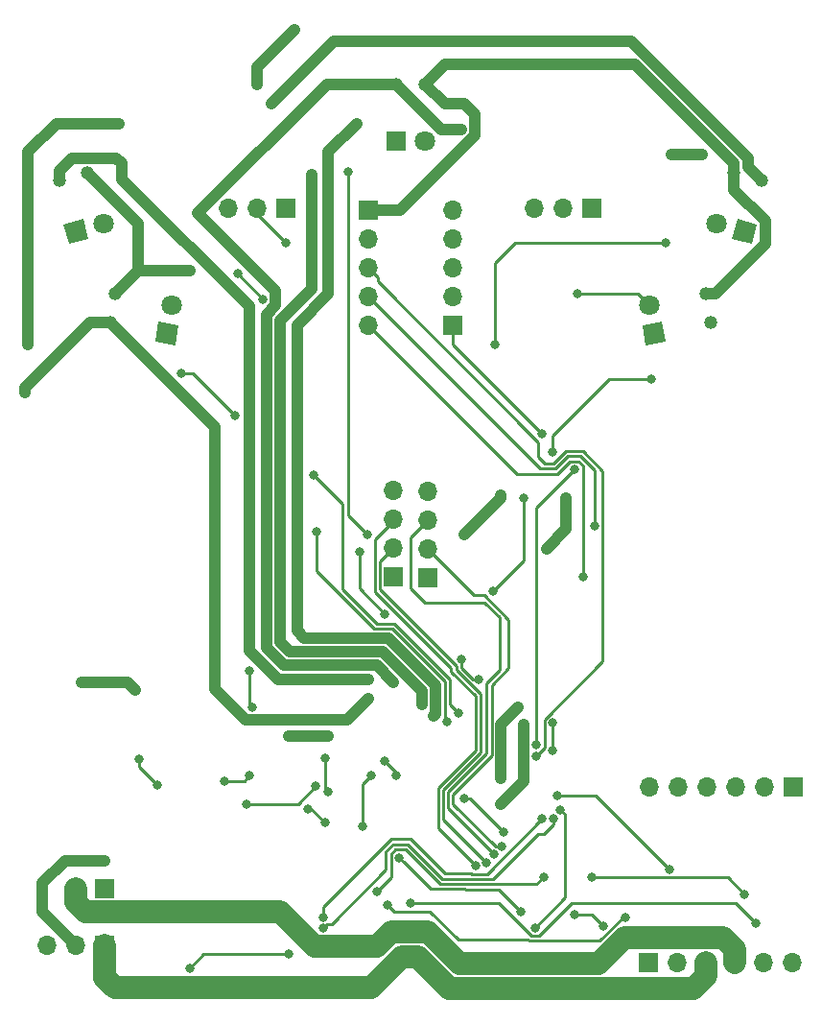
<source format=gbr>
%TF.GenerationSoftware,KiCad,Pcbnew,(5.1.6)-1*%
%TF.CreationDate,2023-05-06T22:04:27+09:00*%
%TF.ProjectId,RX621,52583632-312e-46b6-9963-61645f706362,rev?*%
%TF.SameCoordinates,Original*%
%TF.FileFunction,Copper,L2,Bot*%
%TF.FilePolarity,Positive*%
%FSLAX46Y46*%
G04 Gerber Fmt 4.6, Leading zero omitted, Abs format (unit mm)*
G04 Created by KiCad (PCBNEW (5.1.6)-1) date 2023-05-06 22:04:27*
%MOMM*%
%LPD*%
G01*
G04 APERTURE LIST*
%TA.AperFunction,ComponentPad*%
%ADD10O,1.700000X1.700000*%
%TD*%
%TA.AperFunction,ComponentPad*%
%ADD11R,1.700000X1.700000*%
%TD*%
%TA.AperFunction,ComponentPad*%
%ADD12C,0.100000*%
%TD*%
%TA.AperFunction,ComponentPad*%
%ADD13C,1.800000*%
%TD*%
%TA.AperFunction,ComponentPad*%
%ADD14R,1.800000X1.800000*%
%TD*%
%TA.AperFunction,ComponentPad*%
%ADD15C,1.192000*%
%TD*%
%TA.AperFunction,ViaPad*%
%ADD16C,0.800000*%
%TD*%
%TA.AperFunction,Conductor*%
%ADD17C,1.000000*%
%TD*%
%TA.AperFunction,Conductor*%
%ADD18C,0.250000*%
%TD*%
%TA.AperFunction,Conductor*%
%ADD19C,2.000000*%
%TD*%
G04 APERTURE END LIST*
D10*
%TO.P,BAT1,2*%
%TO.N,GND*%
X176460000Y-148000000D03*
D11*
%TO.P,BAT1,1*%
%TO.N,+BAT*%
X179000000Y-148000000D03*
%TD*%
%TO.P,CN1,1*%
%TO.N,TxD1*%
X222000000Y-88000000D03*
D10*
%TO.P,CN1,2*%
%TO.N,RxD1*%
X219460000Y-88000000D03*
%TO.P,CN1,3*%
%TO.N,GND*%
X216920000Y-88000000D03*
%TD*%
%TO.P,ENC_L1,4*%
%TO.N,GND*%
X204500000Y-112880000D03*
%TO.P,ENC_L1,3*%
%TO.N,PB5*%
X204500000Y-115420000D03*
%TO.P,ENC_L1,2*%
%TO.N,PB4*%
X204500000Y-117960000D03*
D11*
%TO.P,ENC_L1,1*%
%TO.N,+3.3V*%
X204500000Y-120500000D03*
%TD*%
%TO.P,ENC_R1,1*%
%TO.N,+3.3V*%
X207500000Y-120540000D03*
D10*
%TO.P,ENC_R1,2*%
%TO.N,PB2*%
X207500000Y-118000000D03*
%TO.P,ENC_R1,3*%
%TO.N,PB3*%
X207500000Y-115460000D03*
%TO.P,ENC_R1,4*%
%TO.N,GND*%
X207500000Y-112920000D03*
%TD*%
%TO.P,G1,5*%
%TO.N,PE7*%
X202250000Y-98260000D03*
%TO.P,G1,4*%
%TO.N,PE6*%
X202250000Y-95720000D03*
%TO.P,G1,3*%
%TO.N,PE5*%
X202250000Y-93180000D03*
%TO.P,G1,2*%
%TO.N,+3.3V*%
X202250000Y-90640000D03*
D11*
%TO.P,G1,1*%
X202250000Y-88100000D03*
%TD*%
%TO.P,G2,1*%
%TO.N,PE4*%
X209750000Y-98250000D03*
D10*
%TO.P,G2,2*%
%TO.N,N/C*%
X209750000Y-95710000D03*
%TO.P,G2,3*%
X209750000Y-93170000D03*
%TO.P,G2,4*%
X209750000Y-90630000D03*
%TO.P,G2,5*%
%TO.N,GND*%
X209750000Y-88090000D03*
%TD*%
%TA.AperFunction,ComponentPad*%
D12*
%TO.P,IR0,1*%
%TO.N,Net-(IR0-Pad1)*%
G36*
X185230044Y-100042610D02*
G01*
X183457390Y-99730044D01*
X183769956Y-97957390D01*
X185542610Y-98269956D01*
X185230044Y-100042610D01*
G37*
%TD.AperFunction*%
D13*
%TO.P,IR0,2*%
%TO.N,+5V*%
X184941066Y-96498588D03*
%TD*%
%TA.AperFunction,ComponentPad*%
D12*
%TO.P,IR1,1*%
%TO.N,Net-(IR1-Pad1)*%
G36*
X175863604Y-91102270D02*
G01*
X175397730Y-89363604D01*
X177136396Y-88897730D01*
X177602270Y-90636396D01*
X175863604Y-91102270D01*
G37*
%TD.AperFunction*%
D13*
%TO.P,IR1,2*%
%TO.N,+5V*%
X178953452Y-89342600D03*
%TD*%
%TO.P,IR2,2*%
%TO.N,+5V*%
X207290000Y-82000000D03*
D14*
%TO.P,IR2,1*%
%TO.N,Net-(IR2-Pad1)*%
X204750000Y-82000000D03*
%TD*%
%TA.AperFunction,ComponentPad*%
D12*
%TO.P,IR3,1*%
%TO.N,Net-(IR3-Pad1)*%
G36*
X236602270Y-89363604D02*
G01*
X236136396Y-91102270D01*
X234397730Y-90636396D01*
X234863604Y-88897730D01*
X236602270Y-89363604D01*
G37*
%TD.AperFunction*%
D13*
%TO.P,IR3,2*%
%TO.N,+5V*%
X233046548Y-89342600D03*
%TD*%
%TO.P,IR4,2*%
%TO.N,+5V*%
X227058934Y-96498588D03*
%TA.AperFunction,ComponentPad*%
D12*
%TO.P,IR4,1*%
%TO.N,Net-(IR4-Pad1)*%
G36*
X228542610Y-99730044D02*
G01*
X226769956Y-100042610D01*
X226457390Y-98269956D01*
X228230044Y-97957390D01*
X228542610Y-99730044D01*
G37*
%TD.AperFunction*%
%TD*%
D10*
%TO.P,MD1,6*%
%TO.N,N/C*%
X227050000Y-139000000D03*
%TO.P,MD1,5*%
%TO.N,PWM_R2*%
X229590000Y-139000000D03*
%TO.P,MD1,4*%
%TO.N,PWM_R1*%
X232130000Y-139000000D03*
%TO.P,MD1,3*%
%TO.N,PWM_L2*%
X234670000Y-139000000D03*
%TO.P,MD1,2*%
%TO.N,PWM_L1*%
X237210000Y-139000000D03*
D11*
%TO.P,MD1,1*%
%TO.N,N/C*%
X239750000Y-139000000D03*
%TD*%
%TO.P,MD2,1*%
%TO.N,P34*%
X227000000Y-154500000D03*
D10*
%TO.P,MD2,2*%
%TO.N,P20*%
X229540000Y-154500000D03*
%TO.P,MD2,3*%
%TO.N,+BAT*%
X232080000Y-154500000D03*
%TO.P,MD2,4*%
%TO.N,GND*%
X234620000Y-154500000D03*
%TO.P,MD2,5*%
%TO.N,P14*%
X237160000Y-154500000D03*
%TO.P,MD2,6*%
%TO.N,P24*%
X239700000Y-154500000D03*
%TD*%
D15*
%TO.P,S0,1*%
%TO.N,AN0*%
X179500000Y-98000000D03*
%TO.P,S0,2*%
%TO.N,+3.3V*%
X179941066Y-95498588D03*
%TD*%
%TO.P,S1,2*%
%TO.N,+3.3V*%
X177453452Y-84842600D03*
%TO.P,S1,1*%
%TO.N,AN1*%
X175000000Y-85500000D03*
%TD*%
%TO.P,S2,1*%
%TO.N,AN2*%
X204750000Y-77000000D03*
%TO.P,S2,2*%
%TO.N,+3.3V*%
X207290000Y-77000000D03*
%TD*%
%TO.P,S3,2*%
%TO.N,+3.3V*%
X234546548Y-84842600D03*
%TO.P,S3,1*%
%TO.N,AN3*%
X237000000Y-85500000D03*
%TD*%
%TO.P,S4,1*%
%TO.N,AN4*%
X232500000Y-98000000D03*
%TO.P,S4,2*%
%TO.N,+3.3V*%
X232058934Y-95498588D03*
%TD*%
D11*
%TO.P,SW1,1*%
%TO.N,GND*%
X195000000Y-88000000D03*
D10*
%TO.P,SW1,2*%
%TO.N,MD1*%
X192460000Y-88000000D03*
%TO.P,SW1,3*%
%TO.N,N/C*%
X189920000Y-88000000D03*
%TD*%
%TO.P,SW4,3*%
%TO.N,N/C*%
X173920000Y-153000000D03*
%TO.P,SW4,2*%
%TO.N,Net-(C11-Pad2)*%
X176460000Y-153000000D03*
D11*
%TO.P,SW4,1*%
%TO.N,+BAT*%
X179000000Y-153000000D03*
%TD*%
D16*
%TO.N,GND*%
X180250000Y-80500000D03*
X172250000Y-100000000D03*
X181750000Y-130500000D03*
X177000000Y-129750000D03*
X189624968Y-138500000D03*
X191824979Y-138000000D03*
X201750000Y-142500000D03*
X202500000Y-138000000D03*
%TO.N,+3.3V*%
X186500000Y-93500000D03*
X195250000Y-134500000D03*
X198750000Y-134500000D03*
X214250000Y-143000000D03*
X210750000Y-140000000D03*
X204750000Y-138000000D03*
X203750000Y-136750000D03*
%TO.N,Net-(C7-Pad2)*%
X191500000Y-140500000D03*
X197667940Y-138945293D03*
%TO.N,+5V*%
X220750000Y-95500000D03*
%TO.N,P34*%
X223000000Y-151250000D03*
X220500000Y-150250000D03*
X215750000Y-150000000D03*
X205000000Y-145250000D03*
%TO.N,P24*%
X235500000Y-148500000D03*
X222000000Y-147000000D03*
X203021812Y-148202869D03*
X217737340Y-146987340D03*
%TO.N,P20*%
X225000000Y-150500000D03*
X203996157Y-149408250D03*
%TO.N,PE5*%
X217100010Y-136299353D03*
%TO.N,PE4*%
X220500000Y-111000000D03*
X217100010Y-135250000D03*
X217612340Y-107862340D03*
%TO.N,PD3*%
X228500000Y-91000000D03*
X213500000Y-100000000D03*
X201500000Y-118250000D03*
X203750000Y-123750000D03*
X210500000Y-127750000D03*
X212000000Y-129500000D03*
%TO.N,PD2*%
X200500000Y-84750000D03*
X202225010Y-116750000D03*
%TO.N,PD1*%
X190750000Y-93750000D03*
X193000000Y-96000000D03*
X197500000Y-111500000D03*
X210250000Y-132500000D03*
%TO.N,PD0*%
X185750000Y-102500000D03*
X190500000Y-106250000D03*
X197750000Y-116500000D03*
X209250000Y-133250000D03*
%TO.N,AN4*%
X195750000Y-72250000D03*
X192500000Y-77000000D03*
X201250000Y-80500000D03*
X208000000Y-132750000D03*
%TO.N,AN3*%
X231750000Y-83250000D03*
X229000000Y-83250000D03*
X193750000Y-78750000D03*
X197250000Y-85000000D03*
X207000000Y-131750000D03*
%TO.N,AN2*%
X210500000Y-81000000D03*
X204500000Y-129750000D03*
%TO.N,AN1*%
X180500000Y-84000000D03*
X202250000Y-129500000D03*
%TO.N,AN0*%
X172000000Y-104250000D03*
X202250000Y-131250000D03*
%TO.N,RST*%
X196938084Y-140932129D03*
X198441678Y-142163267D03*
%TO.N,PE6*%
X222250000Y-116000000D03*
%TO.N,PE7*%
X218580865Y-133330865D03*
X221225010Y-120500000D03*
X218532311Y-135757276D03*
%TO.N,PA0*%
X219000000Y-139750000D03*
X228910145Y-146274990D03*
%TO.N,PA1*%
X219237340Y-141012660D03*
X216999992Y-151425021D03*
%TO.N,PA2*%
X218597322Y-141781035D03*
X198274990Y-151500165D03*
%TO.N,PA3*%
X186500000Y-155000000D03*
X195250000Y-153750000D03*
X217599518Y-141847453D03*
X198274990Y-150487340D03*
%TO.N,PB2*%
X214080915Y-144235613D03*
%TO.N,PB3*%
X213391701Y-144960187D03*
%TO.N,PB4*%
X212691098Y-145673756D03*
%TO.N,PB5*%
X211736439Y-145971496D03*
%TO.N,TxD1*%
X219750000Y-113500000D03*
X218000000Y-118000000D03*
X216000000Y-133500000D03*
X214000000Y-140500000D03*
%TO.N,RxD1*%
X214000000Y-113250000D03*
X210750000Y-116750000D03*
X214000000Y-138250000D03*
X215500000Y-132000000D03*
%TO.N,P14*%
X236500000Y-151000000D03*
X205978682Y-149274990D03*
%TO.N,MD1*%
X195000000Y-91000000D03*
X191750000Y-128750000D03*
X192000000Y-132000000D03*
X198500000Y-136500000D03*
X198744056Y-139475774D03*
%TO.N,Net-(C5-Pad1)*%
X183663609Y-138884952D03*
X182033225Y-136537870D03*
%TO.N,Net-(C11-Pad2)*%
X179000000Y-145500000D03*
%TO.N,PD4*%
X227250000Y-103000000D03*
X218500000Y-109500000D03*
X216000000Y-113500000D03*
X213250000Y-121750000D03*
%TD*%
D17*
%TO.N,GND*%
X180250000Y-80500000D02*
X178081918Y-80500000D01*
X178081918Y-80500000D02*
X174750000Y-80500000D01*
X174750000Y-80500000D02*
X172250000Y-83000000D01*
X172250000Y-83000000D02*
X172250000Y-100000000D01*
X181750000Y-130500000D02*
X181000000Y-129750000D01*
X181000000Y-129750000D02*
X177000000Y-129750000D01*
D18*
X191824979Y-138000000D02*
X191324979Y-138500000D01*
X191324979Y-138500000D02*
X189624968Y-138500000D01*
X201750000Y-142500000D02*
X201750000Y-138750000D01*
X201750000Y-138750000D02*
X202500000Y-138000000D01*
D19*
X222621870Y-154574980D02*
X210324977Y-154574980D01*
X224896860Y-152299990D02*
X222621870Y-154574980D01*
X210324977Y-154574980D02*
X207574987Y-151824989D01*
X233622071Y-152299990D02*
X224896860Y-152299990D01*
X207574987Y-151824989D02*
X204313728Y-151824989D01*
X176460000Y-149202081D02*
X176460000Y-148000000D01*
X204313728Y-151824989D02*
X203038550Y-153100167D01*
X194456822Y-150050001D02*
X177307920Y-150050001D01*
X203038550Y-153100167D02*
X197506988Y-153100167D01*
X197506988Y-153100167D02*
X194456822Y-150050001D01*
X177307920Y-150050001D02*
X176460000Y-149202081D01*
X234620000Y-153297919D02*
X233622071Y-152299990D01*
X234620000Y-154500000D02*
X234620000Y-153297919D01*
D17*
%TO.N,+3.3V*%
X181939654Y-93500000D02*
X179941066Y-95498588D01*
X186500000Y-93500000D02*
X181939654Y-93500000D01*
X181939654Y-89328802D02*
X177453452Y-84842600D01*
X181939654Y-93500000D02*
X181939654Y-89328802D01*
X237302280Y-89073648D02*
X237302280Y-91098113D01*
X237302280Y-91098113D02*
X232901805Y-95498588D01*
X234546548Y-86317916D02*
X237302280Y-89073648D01*
X232901805Y-95498588D02*
X232058934Y-95498588D01*
X234546548Y-84842600D02*
X234546548Y-86317916D01*
X209040000Y-75250000D02*
X225796819Y-75250000D01*
X225796819Y-75250000D02*
X234546548Y-83999729D01*
X234546548Y-83999729D02*
X234546548Y-84842600D01*
X207290000Y-77000000D02*
X209040000Y-75250000D01*
X211700010Y-81497060D02*
X211700010Y-79700010D01*
X202250000Y-88100000D02*
X205097070Y-88100000D01*
X205097070Y-88100000D02*
X211700010Y-81497060D01*
X211700010Y-79700010D02*
X210750000Y-78750000D01*
X209040000Y-78750000D02*
X207290000Y-77000000D01*
X210750000Y-78750000D02*
X209040000Y-78750000D01*
X195250000Y-134500000D02*
X198750000Y-134500000D01*
D18*
X211250000Y-140000000D02*
X210750000Y-140000000D01*
X214250000Y-143000000D02*
X211250000Y-140000000D01*
X204750000Y-137750000D02*
X203750000Y-136750000D01*
X204750000Y-138000000D02*
X204750000Y-137750000D01*
%TO.N,Net-(C7-Pad2)*%
X191500000Y-140500000D02*
X196113233Y-140500000D01*
X196113233Y-140500000D02*
X197667940Y-138945293D01*
%TO.N,+5V*%
X227058934Y-96498588D02*
X226060346Y-95500000D01*
X226060346Y-95500000D02*
X220750000Y-95500000D01*
%TO.N,P34*%
X222000000Y-150250000D02*
X220500000Y-150250000D01*
X223000000Y-151250000D02*
X222000000Y-150250000D01*
X205399999Y-145649999D02*
X205000000Y-145250000D01*
X215750000Y-150000000D02*
X213796531Y-148046531D01*
X207771301Y-148021301D02*
X205399999Y-145649999D01*
X213796531Y-148046531D02*
X210829237Y-148046531D01*
X210804007Y-148021301D02*
X207771301Y-148021301D01*
X210829237Y-148046531D02*
X210804007Y-148021301D01*
%TO.N,P24*%
X235500000Y-148500000D02*
X234000000Y-147000000D01*
X234000000Y-147000000D02*
X222000000Y-147000000D01*
X204274998Y-144901998D02*
X204651998Y-144524998D01*
X210990407Y-147571290D02*
X211015637Y-147596520D01*
X203021812Y-148202869D02*
X204274998Y-146949683D01*
X208644294Y-147571290D02*
X210990407Y-147571290D01*
X205598002Y-144524998D02*
X208644294Y-147571290D01*
X211015637Y-147596520D02*
X217128160Y-147596520D01*
X217128160Y-147596520D02*
X217737340Y-146987340D01*
X204651998Y-144524998D02*
X205598002Y-144524998D01*
X204274998Y-146949683D02*
X204274998Y-144901998D01*
%TO.N,P20*%
X222722969Y-152600033D02*
X216465591Y-152600033D01*
X225000000Y-150500000D02*
X224823002Y-150500000D01*
X216465591Y-152600033D02*
X216365558Y-152500000D01*
X224823002Y-150500000D02*
X222722969Y-152600033D01*
X210216135Y-152500000D02*
X207716126Y-149999991D01*
X207716126Y-149999991D02*
X204587898Y-149999991D01*
X204587898Y-149999991D02*
X203996157Y-149408250D01*
X216365558Y-152500000D02*
X210216135Y-152500000D01*
%TO.N,PE5*%
X203099999Y-94423001D02*
X217274998Y-108598000D01*
X217274998Y-108598000D02*
X217274998Y-109848002D01*
X217274998Y-109848002D02*
X217901998Y-110475002D01*
X217901998Y-110475002D02*
X218598002Y-110475002D01*
X218598002Y-110475002D02*
X219698028Y-109374976D01*
X219698028Y-109374976D02*
X221220802Y-109374976D01*
X221220802Y-109374976D02*
X222975002Y-111129176D01*
X202250000Y-93180000D02*
X203099999Y-94029999D01*
X222975002Y-111129176D02*
X222975002Y-127911408D01*
X217825012Y-135574351D02*
X217100010Y-136299353D01*
X203099999Y-94029999D02*
X203099999Y-94423001D01*
X222975002Y-127911408D02*
X217825012Y-133061398D01*
X217825012Y-133061398D02*
X217825012Y-135574351D01*
%TO.N,PE4*%
X220500000Y-111000000D02*
X217100010Y-114399990D01*
X217100010Y-114399990D02*
X217100010Y-135250000D01*
X209750000Y-98250000D02*
X209750000Y-100000000D01*
X209750000Y-100000000D02*
X217612340Y-107862340D01*
%TO.N,PD3*%
X228500000Y-91000000D02*
X215250000Y-91000000D01*
X215250000Y-91000000D02*
X213500000Y-92750000D01*
X213500000Y-92750000D02*
X213500000Y-100000000D01*
X201500000Y-118250000D02*
X201500000Y-121500000D01*
X201500000Y-121500000D02*
X203750000Y-123750000D01*
X210500000Y-127750000D02*
X210500000Y-128500000D01*
X210500000Y-128500000D02*
X211500000Y-129500000D01*
X211500000Y-129500000D02*
X212000000Y-129500000D01*
%TO.N,PD2*%
X200500000Y-84750000D02*
X200500000Y-115024990D01*
X200500000Y-115024990D02*
X202225010Y-116750000D01*
%TO.N,PD1*%
X190750000Y-93750000D02*
X193000000Y-96000000D01*
X197500000Y-111500000D02*
X200000000Y-114000000D01*
X200000000Y-114000000D02*
X200000000Y-120250000D01*
X209475028Y-131725028D02*
X210250000Y-132500000D01*
X200000000Y-120250000D02*
X200000000Y-121613590D01*
X200000000Y-121613590D02*
X203011364Y-124624954D01*
X203011364Y-124624954D02*
X204572245Y-124624955D01*
X204572245Y-124624955D02*
X209475028Y-129527738D01*
X209475028Y-129527738D02*
X209475028Y-131725028D01*
%TO.N,PD0*%
X186750000Y-102500000D02*
X190500000Y-106250000D01*
X185750000Y-102500000D02*
X186750000Y-102500000D01*
X197750000Y-116500000D02*
X197750000Y-118750000D01*
X197750000Y-118750000D02*
X197750000Y-120000000D01*
X204385844Y-125074964D02*
X209025018Y-129714138D01*
X197750000Y-120000000D02*
X202824963Y-125074963D01*
X202824963Y-125074963D02*
X204385844Y-125074964D01*
X209025018Y-129714138D02*
X209025018Y-133025018D01*
X209025018Y-133025018D02*
X209250000Y-133250000D01*
D17*
%TO.N,AN4*%
X195750000Y-72250000D02*
X192500000Y-75500000D01*
X192500000Y-75500000D02*
X192500000Y-77000000D01*
X198750000Y-83000000D02*
X198750000Y-95500000D01*
X198750000Y-95500000D02*
X196000000Y-98250000D01*
X196000000Y-98250000D02*
X196000000Y-125250000D01*
X201250000Y-80500000D02*
X198750000Y-83000000D01*
X208200009Y-130055869D02*
X208200009Y-131500000D01*
X204044113Y-125899973D02*
X208200009Y-130055869D01*
X196000000Y-125250000D02*
X196649972Y-125899972D01*
X196649972Y-125899972D02*
X204044113Y-125899973D01*
X208200009Y-131500000D02*
X208200009Y-132549991D01*
X208200009Y-132549991D02*
X208000000Y-132750000D01*
%TO.N,AN3*%
X231750000Y-83250000D02*
X229000000Y-83250000D01*
X237000000Y-85500000D02*
X235842549Y-84342549D01*
X235842549Y-83598660D02*
X225493889Y-73250000D01*
X235842549Y-84342549D02*
X235842549Y-83598660D01*
X225493889Y-73250000D02*
X199750000Y-73250000D01*
X199750000Y-73250000D02*
X199250000Y-73250000D01*
X199250000Y-73250000D02*
X193750000Y-78750000D01*
X194500000Y-126250000D02*
X195349980Y-127099980D01*
X197250000Y-85000000D02*
X197250000Y-95075075D01*
X207000000Y-130552929D02*
X207000000Y-131750000D01*
X203547051Y-127099980D02*
X207000000Y-130552929D01*
X194500000Y-97825075D02*
X194500000Y-126250000D01*
X195349980Y-127099980D02*
X203547051Y-127099980D01*
X197250000Y-95075075D02*
X194500000Y-97825075D01*
%TO.N,AN2*%
X204750000Y-77000000D02*
X208750000Y-81000000D01*
X208750000Y-81000000D02*
X210500000Y-81000000D01*
X194100002Y-96528002D02*
X193299989Y-97328015D01*
X193299989Y-126747060D02*
X194852920Y-128299991D01*
X203049991Y-128299991D02*
X204500000Y-129750000D01*
X194100002Y-95226000D02*
X194100002Y-96528002D01*
X194852920Y-128299991D02*
X203049991Y-128299991D01*
X187250000Y-88375998D02*
X194100002Y-95226000D01*
X198625998Y-77000000D02*
X187250000Y-88375998D01*
X193299989Y-97328015D02*
X193299989Y-126747060D01*
X204750000Y-77000000D02*
X198625998Y-77000000D01*
%TO.N,AN1*%
X175000000Y-84657129D02*
X175000000Y-85500000D01*
X176110530Y-83546599D02*
X175000000Y-84657129D01*
X180046599Y-83546599D02*
X176110530Y-83546599D01*
X180500000Y-84000000D02*
X180046599Y-83546599D01*
X191752670Y-96630674D02*
X191752670Y-126949740D01*
X194302930Y-129500000D02*
X202250000Y-129500000D01*
X180500000Y-85378004D02*
X191752670Y-96630674D01*
X191752670Y-126949740D02*
X194302930Y-129500000D01*
X180500000Y-84000000D02*
X180500000Y-85378004D01*
%TO.N,AN0*%
X179500000Y-98000000D02*
X177750000Y-98000000D01*
X177750000Y-98000000D02*
X172000000Y-103750000D01*
X172000000Y-103750000D02*
X172000000Y-104250000D01*
X191471998Y-133100002D02*
X200399998Y-133100002D01*
X200399998Y-133100002D02*
X202250000Y-131250000D01*
X179500000Y-98000000D02*
X188750000Y-107250000D01*
X188750000Y-130378004D02*
X191471998Y-133100002D01*
X188750000Y-107250000D02*
X188750000Y-130378004D01*
D18*
%TO.N,RST*%
X197210540Y-140932129D02*
X196938084Y-140932129D01*
X198441678Y-142163267D02*
X197210540Y-140932129D01*
%TO.N,PE6*%
X218784402Y-110925013D02*
X219884427Y-109824987D01*
X202250000Y-95720000D02*
X217455013Y-110925013D01*
X221034402Y-109824987D02*
X222250000Y-111040585D01*
X217455013Y-110925013D02*
X218784402Y-110925013D01*
X219884427Y-109824987D02*
X221034402Y-109824987D01*
X222250000Y-111040585D02*
X222250000Y-116000000D01*
%TO.N,PE7*%
X218580865Y-133330865D02*
X218580865Y-135708722D01*
X218580865Y-135708722D02*
X218532311Y-135757276D01*
X202250000Y-98260000D02*
X215365024Y-111375024D01*
X220848002Y-110274998D02*
X221225010Y-110652006D01*
X218970802Y-111375024D02*
X220070828Y-110274998D01*
X215365024Y-111375024D02*
X218970802Y-111375024D01*
X221225010Y-110652006D02*
X221225010Y-120500000D01*
X220070828Y-110274998D02*
X220848002Y-110274998D01*
%TO.N,PA0*%
X222385155Y-139750000D02*
X228910145Y-146274990D01*
X219000000Y-139750000D02*
X222385155Y-139750000D01*
%TO.N,PA1*%
X219637339Y-141412659D02*
X219637339Y-148787674D01*
X219237340Y-141012660D02*
X219637339Y-141412659D01*
X219637339Y-148787674D02*
X216999992Y-151425021D01*
%TO.N,PA2*%
X203824987Y-146326690D02*
X199051511Y-151100166D01*
X211176807Y-147121279D02*
X208830694Y-147121279D01*
X205784402Y-144074987D02*
X204465598Y-144074987D01*
X217257449Y-143151553D02*
X213262493Y-147146509D01*
X204465598Y-144074987D02*
X203824987Y-144715598D01*
X199051511Y-151100166D02*
X198674989Y-151100166D01*
X198674989Y-151100166D02*
X198274990Y-151500165D01*
X203824987Y-144715598D02*
X203824987Y-146326690D01*
X208830694Y-147121279D02*
X205784402Y-144074987D01*
X218597322Y-141781035D02*
X218597322Y-142346720D01*
X218597322Y-142346720D02*
X217792489Y-143151553D01*
X217792489Y-143151553D02*
X217257449Y-143151553D01*
X211202037Y-147146509D02*
X211176807Y-147121279D01*
X213262493Y-147146509D02*
X211202037Y-147146509D01*
%TO.N,PA3*%
X186500000Y-155000000D02*
X187750000Y-153750000D01*
X187750000Y-153750000D02*
X195250000Y-153750000D01*
X211388437Y-146696498D02*
X211363207Y-146671268D01*
X209017094Y-146671268D02*
X205970802Y-143624976D01*
X198274990Y-149629184D02*
X198274990Y-149921655D01*
X212750473Y-146696498D02*
X211388437Y-146696498D01*
X217599518Y-141847453D02*
X212750473Y-146696498D01*
X211363207Y-146671268D02*
X209017094Y-146671268D01*
X204279198Y-143624976D02*
X198274990Y-149629184D01*
X205970802Y-143624976D02*
X204279198Y-143624976D01*
X198274990Y-149921655D02*
X198274990Y-150487340D01*
%TO.N,PB2*%
X212524998Y-122098002D02*
X214675013Y-124248017D01*
X213174991Y-130034424D02*
X213174991Y-136252005D01*
X209774998Y-139651998D02*
X209774998Y-140495381D01*
X211598002Y-122098002D02*
X212524998Y-122098002D01*
X214675013Y-124248017D02*
X214675013Y-128534402D01*
X214675013Y-128534402D02*
X213174991Y-130034424D01*
X213174991Y-136252005D02*
X209774998Y-139651998D01*
X209774998Y-140495381D02*
X213515230Y-144235613D01*
X213515230Y-144235613D02*
X214080915Y-144235613D01*
X207500000Y-118000000D02*
X211598002Y-122098002D01*
%TO.N,PB3*%
X209324987Y-140893473D02*
X213391701Y-144960187D01*
X212724980Y-129848024D02*
X212724980Y-136065605D01*
X206000000Y-116960000D02*
X206000000Y-121496892D01*
X212565583Y-122774998D02*
X213848002Y-124057417D01*
X209324987Y-139465598D02*
X209324987Y-140893473D01*
X212724980Y-136065605D02*
X209324987Y-139465598D01*
X207278106Y-122774998D02*
X212565583Y-122774998D01*
X206000000Y-121496892D02*
X207278106Y-122774998D01*
X213848002Y-124057417D02*
X213848002Y-128725002D01*
X213848002Y-128725002D02*
X212724980Y-129848024D01*
X207500000Y-115460000D02*
X206000000Y-116960000D01*
%TO.N,PB4*%
X203324999Y-121610001D02*
X210049989Y-128334991D01*
X204500000Y-117960000D02*
X203324999Y-119135001D01*
X210049989Y-128686400D02*
X212203615Y-130840026D01*
X203324999Y-119135001D02*
X203324999Y-121610001D01*
X212203615Y-135950559D02*
X208874976Y-139279198D01*
X208874976Y-139279198D02*
X208874976Y-141857634D01*
X212203615Y-130840026D02*
X212203615Y-135950559D01*
X208874976Y-141857634D02*
X212691098Y-145673756D01*
X210049989Y-128334991D02*
X210049989Y-128686400D01*
%TO.N,PB5*%
X204500000Y-115420000D02*
X204500000Y-115548012D01*
X202874988Y-117173024D02*
X202874988Y-121796401D01*
X209599978Y-128521391D02*
X209599978Y-128872800D01*
X204500000Y-115548012D02*
X202874988Y-117173024D01*
X208424965Y-139092798D02*
X208424965Y-142660022D01*
X211736439Y-131009261D02*
X211736439Y-135781324D01*
X202874988Y-121796401D02*
X209599978Y-128521391D01*
X209599978Y-128872800D02*
X211736439Y-131009261D01*
X208424965Y-142660022D02*
X211736439Y-145971496D01*
X211736439Y-135781324D02*
X208424965Y-139092798D01*
D17*
%TO.N,TxD1*%
X219750000Y-113500000D02*
X219750000Y-116250000D01*
X219750000Y-116250000D02*
X218000000Y-118000000D01*
X216000000Y-133500000D02*
X216000000Y-138500000D01*
X216000000Y-138500000D02*
X214000000Y-140500000D01*
%TO.N,RxD1*%
X214000000Y-113250000D02*
X214000000Y-113500000D01*
X214000000Y-113500000D02*
X210750000Y-116750000D01*
X214000000Y-138250000D02*
X214000000Y-133500000D01*
X214000000Y-133500000D02*
X215500000Y-132000000D01*
D18*
%TO.N,P14*%
X213776959Y-149274990D02*
X206544367Y-149274990D01*
X217347993Y-152150022D02*
X216651991Y-152150022D01*
X220248015Y-149250000D02*
X217347993Y-152150022D01*
X206544367Y-149274990D02*
X205978682Y-149274990D01*
X234750000Y-149250000D02*
X220248015Y-149250000D01*
X216651991Y-152150022D02*
X213776959Y-149274990D01*
X236500000Y-151000000D02*
X234750000Y-149250000D01*
%TO.N,MD1*%
X192460000Y-88460000D02*
X192460000Y-88000000D01*
X195000000Y-91000000D02*
X192460000Y-88460000D01*
X191750000Y-131750000D02*
X192000000Y-132000000D01*
X191750000Y-128750000D02*
X191750000Y-131750000D01*
X198500000Y-139231718D02*
X198744056Y-139475774D01*
X198500000Y-136500000D02*
X198500000Y-139231718D01*
D19*
%TO.N,+BAT*%
X202500000Y-156750000D02*
X205225001Y-154024999D01*
X231007091Y-156774990D02*
X232080000Y-155702081D01*
X205225001Y-154024999D02*
X206663714Y-154024999D01*
X232080000Y-155702081D02*
X232080000Y-154500000D01*
X179000000Y-155850000D02*
X179900000Y-156750000D01*
X206663714Y-154024999D02*
X209413706Y-156774991D01*
X179900000Y-156750000D02*
X202500000Y-156750000D01*
X179000000Y-153000000D02*
X179000000Y-155850000D01*
X209413706Y-156774991D02*
X231007091Y-156774990D01*
D18*
%TO.N,Net-(C5-Pad1)*%
X182033225Y-137254568D02*
X182033225Y-136537870D01*
X183663609Y-138884952D02*
X182033225Y-137254568D01*
D17*
%TO.N,Net-(C11-Pad2)*%
X179000000Y-145500000D02*
X175500000Y-145500000D01*
X175500000Y-145500000D02*
X173500000Y-147500000D01*
X173500000Y-150040000D02*
X176460000Y-153000000D01*
X173500000Y-147500000D02*
X173500000Y-150040000D01*
D18*
%TO.N,PD4*%
X227250000Y-103000000D02*
X223750000Y-103000000D01*
X223750000Y-103000000D02*
X223500000Y-103000000D01*
X218500000Y-108000000D02*
X218500000Y-109500000D01*
X223500000Y-103000000D02*
X218500000Y-108000000D01*
X216000000Y-113500000D02*
X216000000Y-119000000D01*
X216000000Y-119000000D02*
X213250000Y-121750000D01*
%TD*%
M02*

</source>
